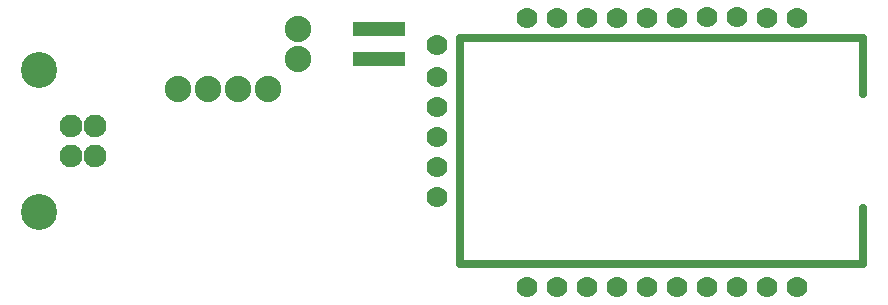
<source format=gts>
G04 MADE WITH FRITZING*
G04 WWW.FRITZING.ORG*
G04 DOUBLE SIDED*
G04 HOLES PLATED*
G04 CONTOUR ON CENTER OF CONTOUR VECTOR*
%ASAXBY*%
%FSLAX23Y23*%
%MOIN*%
%OFA0B0*%
%SFA1.0B1.0*%
%ADD10C,0.070000*%
%ADD11C,0.043222*%
%ADD12C,0.076000*%
%ADD13C,0.120000*%
%ADD14C,0.088000*%
%ADD15R,0.088740X0.049370*%
%ADD16C,0.025436*%
%ADD17R,0.001000X0.001000*%
%LNMASK1*%
G90*
G70*
G54D10*
X2764Y67D03*
X2664Y67D03*
X2564Y67D03*
X2464Y67D03*
X2364Y67D03*
X2264Y67D03*
X2164Y67D03*
X2064Y67D03*
X1964Y67D03*
X1864Y67D03*
X2764Y966D03*
X2664Y966D03*
X2564Y967D03*
X2464Y967D03*
X2364Y966D03*
X2264Y966D03*
X2164Y966D03*
X2064Y966D03*
X1964Y966D03*
X1864Y966D03*
X1564Y367D03*
X1564Y567D03*
X1564Y667D03*
X1564Y767D03*
G54D11*
X1564Y469D03*
G54D10*
X1564Y469D03*
G54D11*
X1564Y876D03*
G54D10*
X1564Y876D03*
G54D12*
X424Y504D03*
X424Y603D03*
X346Y603D03*
X346Y504D03*
G54D13*
X239Y317D03*
X239Y791D03*
G54D12*
X424Y504D03*
X424Y603D03*
X346Y603D03*
X346Y504D03*
G54D13*
X239Y317D03*
X239Y791D03*
G54D14*
X1102Y929D03*
X1102Y829D03*
X1002Y729D03*
X902Y729D03*
X802Y729D03*
X702Y729D03*
G54D15*
X1327Y929D03*
X1414Y829D03*
X1414Y929D03*
X1327Y829D03*
G54D16*
X2986Y898D02*
X1643Y898D01*
D02*
X1643Y898D02*
X1643Y146D01*
D02*
X1643Y146D02*
X2986Y146D01*
D02*
X2986Y898D02*
X2986Y712D01*
D02*
X2986Y331D02*
X2986Y146D01*
G54D17*
D02*
G04 End of Mask1*
M02*
</source>
